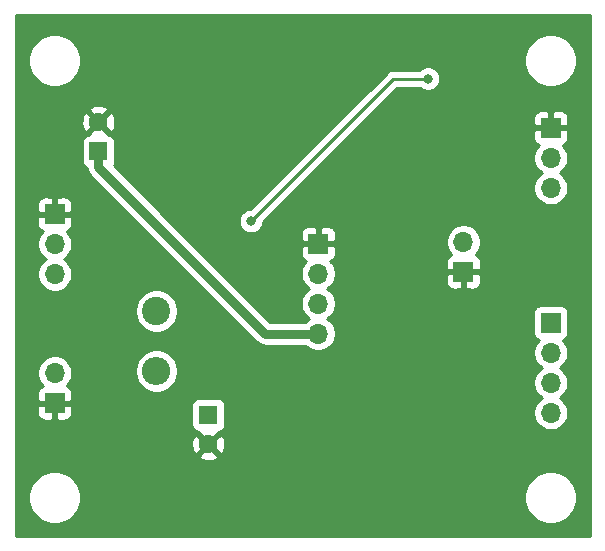
<source format=gbr>
G04 #@! TF.GenerationSoftware,KiCad,Pcbnew,(5.1.12)-1*
G04 #@! TF.CreationDate,2022-11-12T20:16:50+02:00*
G04 #@! TF.ProjectId,MagicLightsPCBNeo,4d616769-634c-4696-9768-74735043424e,rev?*
G04 #@! TF.SameCoordinates,Original*
G04 #@! TF.FileFunction,Copper,L2,Bot*
G04 #@! TF.FilePolarity,Positive*
%FSLAX46Y46*%
G04 Gerber Fmt 4.6, Leading zero omitted, Abs format (unit mm)*
G04 Created by KiCad (PCBNEW (5.1.12)-1) date 2022-11-12 20:16:50*
%MOMM*%
%LPD*%
G01*
G04 APERTURE LIST*
G04 #@! TA.AperFunction,ComponentPad*
%ADD10R,1.700000X1.700000*%
G04 #@! TD*
G04 #@! TA.AperFunction,ComponentPad*
%ADD11O,1.700000X1.700000*%
G04 #@! TD*
G04 #@! TA.AperFunction,ComponentPad*
%ADD12O,2.400000X2.400000*%
G04 #@! TD*
G04 #@! TA.AperFunction,ComponentPad*
%ADD13C,2.400000*%
G04 #@! TD*
G04 #@! TA.AperFunction,ComponentPad*
%ADD14R,1.600000X1.600000*%
G04 #@! TD*
G04 #@! TA.AperFunction,ComponentPad*
%ADD15C,1.600000*%
G04 #@! TD*
G04 #@! TA.AperFunction,ViaPad*
%ADD16C,0.800000*%
G04 #@! TD*
G04 #@! TA.AperFunction,Conductor*
%ADD17C,0.750000*%
G04 #@! TD*
G04 #@! TA.AperFunction,Conductor*
%ADD18C,0.250000*%
G04 #@! TD*
G04 #@! TA.AperFunction,Conductor*
%ADD19C,0.254000*%
G04 #@! TD*
G04 #@! TA.AperFunction,Conductor*
%ADD20C,0.100000*%
G04 #@! TD*
G04 APERTURE END LIST*
D10*
X49300000Y-58500000D03*
D11*
X49300000Y-61040000D03*
X49300000Y-63580000D03*
X49300000Y-66120000D03*
D10*
X69000000Y-48700000D03*
D11*
X69000000Y-51240000D03*
X69000000Y-53780000D03*
D12*
X35600000Y-69280000D03*
D13*
X35600000Y-64200000D03*
D14*
X30700000Y-50700000D03*
D15*
X30700000Y-48200000D03*
X40000000Y-75500000D03*
D14*
X40000000Y-73000000D03*
D11*
X27000000Y-61080000D03*
X27000000Y-58540000D03*
D10*
X27000000Y-56000000D03*
X27000000Y-72000000D03*
D11*
X27000000Y-69460000D03*
D10*
X61600000Y-60900000D03*
D11*
X61600000Y-58360000D03*
D10*
X69000000Y-65200000D03*
D11*
X69000000Y-67740000D03*
X69000000Y-70280000D03*
X69000000Y-72820000D03*
D16*
X61400000Y-42300000D03*
X42800000Y-40700000D03*
X35200000Y-48800000D03*
X35200000Y-50000000D03*
X32600000Y-57100000D03*
X31700000Y-58000000D03*
X55800000Y-55600000D03*
X54900000Y-56400000D03*
X46800000Y-64500000D03*
X51600000Y-62400000D03*
X51800000Y-65500000D03*
X45000000Y-76400000D03*
X46200000Y-76400000D03*
X54300000Y-74500000D03*
X55600000Y-74500000D03*
X56900000Y-74500000D03*
X54900000Y-79500000D03*
X56200000Y-79500000D03*
X70700000Y-76000000D03*
X65100000Y-81500000D03*
X59500000Y-51200000D03*
X57800000Y-53100000D03*
X48000000Y-43800000D03*
X43200000Y-50700000D03*
X43600000Y-56600000D03*
X58600000Y-44537500D03*
D17*
X30700000Y-50700000D02*
X30700000Y-52000000D01*
X44820000Y-66120000D02*
X49300000Y-66120000D01*
X30700000Y-52000000D02*
X44820000Y-66120000D01*
D18*
X55662500Y-44537500D02*
X58600000Y-44537500D01*
X43600000Y-56600000D02*
X55662500Y-44537500D01*
D19*
X72290001Y-83290000D02*
X23710000Y-83290000D01*
X23710000Y-79779872D01*
X24765000Y-79779872D01*
X24765000Y-80220128D01*
X24850890Y-80651925D01*
X25019369Y-81058669D01*
X25263962Y-81424729D01*
X25575271Y-81736038D01*
X25941331Y-81980631D01*
X26348075Y-82149110D01*
X26779872Y-82235000D01*
X27220128Y-82235000D01*
X27651925Y-82149110D01*
X28058669Y-81980631D01*
X28424729Y-81736038D01*
X28736038Y-81424729D01*
X28980631Y-81058669D01*
X29149110Y-80651925D01*
X29235000Y-80220128D01*
X29235000Y-79779872D01*
X66765000Y-79779872D01*
X66765000Y-80220128D01*
X66850890Y-80651925D01*
X67019369Y-81058669D01*
X67263962Y-81424729D01*
X67575271Y-81736038D01*
X67941331Y-81980631D01*
X68348075Y-82149110D01*
X68779872Y-82235000D01*
X69220128Y-82235000D01*
X69651925Y-82149110D01*
X70058669Y-81980631D01*
X70424729Y-81736038D01*
X70736038Y-81424729D01*
X70980631Y-81058669D01*
X71149110Y-80651925D01*
X71235000Y-80220128D01*
X71235000Y-79779872D01*
X71149110Y-79348075D01*
X70980631Y-78941331D01*
X70736038Y-78575271D01*
X70424729Y-78263962D01*
X70058669Y-78019369D01*
X69651925Y-77850890D01*
X69220128Y-77765000D01*
X68779872Y-77765000D01*
X68348075Y-77850890D01*
X67941331Y-78019369D01*
X67575271Y-78263962D01*
X67263962Y-78575271D01*
X67019369Y-78941331D01*
X66850890Y-79348075D01*
X66765000Y-79779872D01*
X29235000Y-79779872D01*
X29149110Y-79348075D01*
X28980631Y-78941331D01*
X28736038Y-78575271D01*
X28424729Y-78263962D01*
X28058669Y-78019369D01*
X27651925Y-77850890D01*
X27220128Y-77765000D01*
X26779872Y-77765000D01*
X26348075Y-77850890D01*
X25941331Y-78019369D01*
X25575271Y-78263962D01*
X25263962Y-78575271D01*
X25019369Y-78941331D01*
X24850890Y-79348075D01*
X24765000Y-79779872D01*
X23710000Y-79779872D01*
X23710000Y-76492702D01*
X39186903Y-76492702D01*
X39258486Y-76736671D01*
X39513996Y-76857571D01*
X39788184Y-76926300D01*
X40070512Y-76940217D01*
X40350130Y-76898787D01*
X40616292Y-76803603D01*
X40741514Y-76736671D01*
X40813097Y-76492702D01*
X40000000Y-75679605D01*
X39186903Y-76492702D01*
X23710000Y-76492702D01*
X23710000Y-75570512D01*
X38559783Y-75570512D01*
X38601213Y-75850130D01*
X38696397Y-76116292D01*
X38763329Y-76241514D01*
X39007298Y-76313097D01*
X39820395Y-75500000D01*
X40179605Y-75500000D01*
X40992702Y-76313097D01*
X41236671Y-76241514D01*
X41357571Y-75986004D01*
X41426300Y-75711816D01*
X41440217Y-75429488D01*
X41398787Y-75149870D01*
X41303603Y-74883708D01*
X41236671Y-74758486D01*
X40992702Y-74686903D01*
X40179605Y-75500000D01*
X39820395Y-75500000D01*
X39007298Y-74686903D01*
X38763329Y-74758486D01*
X38642429Y-75013996D01*
X38573700Y-75288184D01*
X38559783Y-75570512D01*
X23710000Y-75570512D01*
X23710000Y-72850000D01*
X25511928Y-72850000D01*
X25524188Y-72974482D01*
X25560498Y-73094180D01*
X25619463Y-73204494D01*
X25698815Y-73301185D01*
X25795506Y-73380537D01*
X25905820Y-73439502D01*
X26025518Y-73475812D01*
X26150000Y-73488072D01*
X26714250Y-73485000D01*
X26873000Y-73326250D01*
X26873000Y-72127000D01*
X27127000Y-72127000D01*
X27127000Y-73326250D01*
X27285750Y-73485000D01*
X27850000Y-73488072D01*
X27974482Y-73475812D01*
X28094180Y-73439502D01*
X28204494Y-73380537D01*
X28301185Y-73301185D01*
X28380537Y-73204494D01*
X28439502Y-73094180D01*
X28475812Y-72974482D01*
X28488072Y-72850000D01*
X28485000Y-72285750D01*
X28399250Y-72200000D01*
X38561928Y-72200000D01*
X38561928Y-73800000D01*
X38574188Y-73924482D01*
X38610498Y-74044180D01*
X38669463Y-74154494D01*
X38748815Y-74251185D01*
X38845506Y-74330537D01*
X38955820Y-74389502D01*
X39075518Y-74425812D01*
X39200000Y-74438072D01*
X39207215Y-74438072D01*
X39186903Y-74507298D01*
X40000000Y-75320395D01*
X40813097Y-74507298D01*
X40792785Y-74438072D01*
X40800000Y-74438072D01*
X40924482Y-74425812D01*
X41044180Y-74389502D01*
X41154494Y-74330537D01*
X41251185Y-74251185D01*
X41330537Y-74154494D01*
X41389502Y-74044180D01*
X41425812Y-73924482D01*
X41438072Y-73800000D01*
X41438072Y-72200000D01*
X41425812Y-72075518D01*
X41389502Y-71955820D01*
X41330537Y-71845506D01*
X41251185Y-71748815D01*
X41154494Y-71669463D01*
X41044180Y-71610498D01*
X40924482Y-71574188D01*
X40800000Y-71561928D01*
X39200000Y-71561928D01*
X39075518Y-71574188D01*
X38955820Y-71610498D01*
X38845506Y-71669463D01*
X38748815Y-71748815D01*
X38669463Y-71845506D01*
X38610498Y-71955820D01*
X38574188Y-72075518D01*
X38561928Y-72200000D01*
X28399250Y-72200000D01*
X28326250Y-72127000D01*
X27127000Y-72127000D01*
X26873000Y-72127000D01*
X25673750Y-72127000D01*
X25515000Y-72285750D01*
X25511928Y-72850000D01*
X23710000Y-72850000D01*
X23710000Y-71150000D01*
X25511928Y-71150000D01*
X25515000Y-71714250D01*
X25673750Y-71873000D01*
X26873000Y-71873000D01*
X26873000Y-71853000D01*
X27127000Y-71853000D01*
X27127000Y-71873000D01*
X28326250Y-71873000D01*
X28485000Y-71714250D01*
X28488072Y-71150000D01*
X28475812Y-71025518D01*
X28439502Y-70905820D01*
X28380537Y-70795506D01*
X28301185Y-70698815D01*
X28204494Y-70619463D01*
X28094180Y-70560498D01*
X28021620Y-70538487D01*
X28153475Y-70406632D01*
X28315990Y-70163411D01*
X28427932Y-69893158D01*
X28485000Y-69606260D01*
X28485000Y-69313740D01*
X28442339Y-69099268D01*
X33765000Y-69099268D01*
X33765000Y-69460732D01*
X33835518Y-69815250D01*
X33973844Y-70149199D01*
X34174662Y-70449744D01*
X34430256Y-70705338D01*
X34730801Y-70906156D01*
X35064750Y-71044482D01*
X35419268Y-71115000D01*
X35780732Y-71115000D01*
X36135250Y-71044482D01*
X36469199Y-70906156D01*
X36769744Y-70705338D01*
X37025338Y-70449744D01*
X37226156Y-70149199D01*
X37364482Y-69815250D01*
X37435000Y-69460732D01*
X37435000Y-69099268D01*
X37364482Y-68744750D01*
X37226156Y-68410801D01*
X37025338Y-68110256D01*
X36769744Y-67854662D01*
X36469199Y-67653844D01*
X36135250Y-67515518D01*
X35780732Y-67445000D01*
X35419268Y-67445000D01*
X35064750Y-67515518D01*
X34730801Y-67653844D01*
X34430256Y-67854662D01*
X34174662Y-68110256D01*
X33973844Y-68410801D01*
X33835518Y-68744750D01*
X33765000Y-69099268D01*
X28442339Y-69099268D01*
X28427932Y-69026842D01*
X28315990Y-68756589D01*
X28153475Y-68513368D01*
X27946632Y-68306525D01*
X27703411Y-68144010D01*
X27433158Y-68032068D01*
X27146260Y-67975000D01*
X26853740Y-67975000D01*
X26566842Y-68032068D01*
X26296589Y-68144010D01*
X26053368Y-68306525D01*
X25846525Y-68513368D01*
X25684010Y-68756589D01*
X25572068Y-69026842D01*
X25515000Y-69313740D01*
X25515000Y-69606260D01*
X25572068Y-69893158D01*
X25684010Y-70163411D01*
X25846525Y-70406632D01*
X25978380Y-70538487D01*
X25905820Y-70560498D01*
X25795506Y-70619463D01*
X25698815Y-70698815D01*
X25619463Y-70795506D01*
X25560498Y-70905820D01*
X25524188Y-71025518D01*
X25511928Y-71150000D01*
X23710000Y-71150000D01*
X23710000Y-64019268D01*
X33765000Y-64019268D01*
X33765000Y-64380732D01*
X33835518Y-64735250D01*
X33973844Y-65069199D01*
X34174662Y-65369744D01*
X34430256Y-65625338D01*
X34730801Y-65826156D01*
X35064750Y-65964482D01*
X35419268Y-66035000D01*
X35780732Y-66035000D01*
X36135250Y-65964482D01*
X36469199Y-65826156D01*
X36769744Y-65625338D01*
X37025338Y-65369744D01*
X37226156Y-65069199D01*
X37364482Y-64735250D01*
X37435000Y-64380732D01*
X37435000Y-64019268D01*
X37364482Y-63664750D01*
X37226156Y-63330801D01*
X37025338Y-63030256D01*
X36769744Y-62774662D01*
X36469199Y-62573844D01*
X36135250Y-62435518D01*
X35780732Y-62365000D01*
X35419268Y-62365000D01*
X35064750Y-62435518D01*
X34730801Y-62573844D01*
X34430256Y-62774662D01*
X34174662Y-63030256D01*
X33973844Y-63330801D01*
X33835518Y-63664750D01*
X33765000Y-64019268D01*
X23710000Y-64019268D01*
X23710000Y-56850000D01*
X25511928Y-56850000D01*
X25524188Y-56974482D01*
X25560498Y-57094180D01*
X25619463Y-57204494D01*
X25698815Y-57301185D01*
X25795506Y-57380537D01*
X25905820Y-57439502D01*
X25978380Y-57461513D01*
X25846525Y-57593368D01*
X25684010Y-57836589D01*
X25572068Y-58106842D01*
X25515000Y-58393740D01*
X25515000Y-58686260D01*
X25572068Y-58973158D01*
X25684010Y-59243411D01*
X25846525Y-59486632D01*
X26053368Y-59693475D01*
X26227760Y-59810000D01*
X26053368Y-59926525D01*
X25846525Y-60133368D01*
X25684010Y-60376589D01*
X25572068Y-60646842D01*
X25515000Y-60933740D01*
X25515000Y-61226260D01*
X25572068Y-61513158D01*
X25684010Y-61783411D01*
X25846525Y-62026632D01*
X26053368Y-62233475D01*
X26296589Y-62395990D01*
X26566842Y-62507932D01*
X26853740Y-62565000D01*
X27146260Y-62565000D01*
X27433158Y-62507932D01*
X27703411Y-62395990D01*
X27946632Y-62233475D01*
X28153475Y-62026632D01*
X28315990Y-61783411D01*
X28427932Y-61513158D01*
X28485000Y-61226260D01*
X28485000Y-60933740D01*
X28427932Y-60646842D01*
X28315990Y-60376589D01*
X28153475Y-60133368D01*
X27946632Y-59926525D01*
X27772240Y-59810000D01*
X27946632Y-59693475D01*
X28153475Y-59486632D01*
X28315990Y-59243411D01*
X28427932Y-58973158D01*
X28485000Y-58686260D01*
X28485000Y-58393740D01*
X28427932Y-58106842D01*
X28315990Y-57836589D01*
X28153475Y-57593368D01*
X28021620Y-57461513D01*
X28094180Y-57439502D01*
X28204494Y-57380537D01*
X28301185Y-57301185D01*
X28380537Y-57204494D01*
X28439502Y-57094180D01*
X28475812Y-56974482D01*
X28488072Y-56850000D01*
X28485000Y-56285750D01*
X28326250Y-56127000D01*
X27127000Y-56127000D01*
X27127000Y-56147000D01*
X26873000Y-56147000D01*
X26873000Y-56127000D01*
X25673750Y-56127000D01*
X25515000Y-56285750D01*
X25511928Y-56850000D01*
X23710000Y-56850000D01*
X23710000Y-55150000D01*
X25511928Y-55150000D01*
X25515000Y-55714250D01*
X25673750Y-55873000D01*
X26873000Y-55873000D01*
X26873000Y-54673750D01*
X27127000Y-54673750D01*
X27127000Y-55873000D01*
X28326250Y-55873000D01*
X28485000Y-55714250D01*
X28488072Y-55150000D01*
X28475812Y-55025518D01*
X28439502Y-54905820D01*
X28380537Y-54795506D01*
X28301185Y-54698815D01*
X28204494Y-54619463D01*
X28094180Y-54560498D01*
X27974482Y-54524188D01*
X27850000Y-54511928D01*
X27285750Y-54515000D01*
X27127000Y-54673750D01*
X26873000Y-54673750D01*
X26714250Y-54515000D01*
X26150000Y-54511928D01*
X26025518Y-54524188D01*
X25905820Y-54560498D01*
X25795506Y-54619463D01*
X25698815Y-54698815D01*
X25619463Y-54795506D01*
X25560498Y-54905820D01*
X25524188Y-55025518D01*
X25511928Y-55150000D01*
X23710000Y-55150000D01*
X23710000Y-49900000D01*
X29261928Y-49900000D01*
X29261928Y-51500000D01*
X29274188Y-51624482D01*
X29310498Y-51744180D01*
X29369463Y-51854494D01*
X29448815Y-51951185D01*
X29545506Y-52030537D01*
X29655820Y-52089502D01*
X29695103Y-52101418D01*
X29704615Y-52197994D01*
X29762368Y-52388379D01*
X29762369Y-52388380D01*
X29856154Y-52563840D01*
X29982368Y-52717633D01*
X30020901Y-52749256D01*
X44070744Y-66799100D01*
X44102367Y-66837633D01*
X44256160Y-66963847D01*
X44392251Y-67036589D01*
X44431620Y-67057632D01*
X44622005Y-67115385D01*
X44820000Y-67134886D01*
X44869608Y-67130000D01*
X48209893Y-67130000D01*
X48353368Y-67273475D01*
X48596589Y-67435990D01*
X48866842Y-67547932D01*
X49153740Y-67605000D01*
X49446260Y-67605000D01*
X49733158Y-67547932D01*
X50003411Y-67435990D01*
X50246632Y-67273475D01*
X50453475Y-67066632D01*
X50615990Y-66823411D01*
X50727932Y-66553158D01*
X50785000Y-66266260D01*
X50785000Y-65973740D01*
X50727932Y-65686842D01*
X50615990Y-65416589D01*
X50453475Y-65173368D01*
X50246632Y-64966525D01*
X50072240Y-64850000D01*
X50246632Y-64733475D01*
X50453475Y-64526632D01*
X50571496Y-64350000D01*
X67511928Y-64350000D01*
X67511928Y-66050000D01*
X67524188Y-66174482D01*
X67560498Y-66294180D01*
X67619463Y-66404494D01*
X67698815Y-66501185D01*
X67795506Y-66580537D01*
X67905820Y-66639502D01*
X67978380Y-66661513D01*
X67846525Y-66793368D01*
X67684010Y-67036589D01*
X67572068Y-67306842D01*
X67515000Y-67593740D01*
X67515000Y-67886260D01*
X67572068Y-68173158D01*
X67684010Y-68443411D01*
X67846525Y-68686632D01*
X68053368Y-68893475D01*
X68227760Y-69010000D01*
X68053368Y-69126525D01*
X67846525Y-69333368D01*
X67684010Y-69576589D01*
X67572068Y-69846842D01*
X67515000Y-70133740D01*
X67515000Y-70426260D01*
X67572068Y-70713158D01*
X67684010Y-70983411D01*
X67846525Y-71226632D01*
X68053368Y-71433475D01*
X68227760Y-71550000D01*
X68053368Y-71666525D01*
X67846525Y-71873368D01*
X67684010Y-72116589D01*
X67572068Y-72386842D01*
X67515000Y-72673740D01*
X67515000Y-72966260D01*
X67572068Y-73253158D01*
X67684010Y-73523411D01*
X67846525Y-73766632D01*
X68053368Y-73973475D01*
X68296589Y-74135990D01*
X68566842Y-74247932D01*
X68853740Y-74305000D01*
X69146260Y-74305000D01*
X69433158Y-74247932D01*
X69703411Y-74135990D01*
X69946632Y-73973475D01*
X70153475Y-73766632D01*
X70315990Y-73523411D01*
X70427932Y-73253158D01*
X70485000Y-72966260D01*
X70485000Y-72673740D01*
X70427932Y-72386842D01*
X70315990Y-72116589D01*
X70153475Y-71873368D01*
X69946632Y-71666525D01*
X69772240Y-71550000D01*
X69946632Y-71433475D01*
X70153475Y-71226632D01*
X70315990Y-70983411D01*
X70427932Y-70713158D01*
X70485000Y-70426260D01*
X70485000Y-70133740D01*
X70427932Y-69846842D01*
X70315990Y-69576589D01*
X70153475Y-69333368D01*
X69946632Y-69126525D01*
X69772240Y-69010000D01*
X69946632Y-68893475D01*
X70153475Y-68686632D01*
X70315990Y-68443411D01*
X70427932Y-68173158D01*
X70485000Y-67886260D01*
X70485000Y-67593740D01*
X70427932Y-67306842D01*
X70315990Y-67036589D01*
X70153475Y-66793368D01*
X70021620Y-66661513D01*
X70094180Y-66639502D01*
X70204494Y-66580537D01*
X70301185Y-66501185D01*
X70380537Y-66404494D01*
X70439502Y-66294180D01*
X70475812Y-66174482D01*
X70488072Y-66050000D01*
X70488072Y-64350000D01*
X70475812Y-64225518D01*
X70439502Y-64105820D01*
X70380537Y-63995506D01*
X70301185Y-63898815D01*
X70204494Y-63819463D01*
X70094180Y-63760498D01*
X69974482Y-63724188D01*
X69850000Y-63711928D01*
X68150000Y-63711928D01*
X68025518Y-63724188D01*
X67905820Y-63760498D01*
X67795506Y-63819463D01*
X67698815Y-63898815D01*
X67619463Y-63995506D01*
X67560498Y-64105820D01*
X67524188Y-64225518D01*
X67511928Y-64350000D01*
X50571496Y-64350000D01*
X50615990Y-64283411D01*
X50727932Y-64013158D01*
X50785000Y-63726260D01*
X50785000Y-63433740D01*
X50727932Y-63146842D01*
X50615990Y-62876589D01*
X50453475Y-62633368D01*
X50246632Y-62426525D01*
X50072240Y-62310000D01*
X50246632Y-62193475D01*
X50453475Y-61986632D01*
X50611587Y-61750000D01*
X60111928Y-61750000D01*
X60124188Y-61874482D01*
X60160498Y-61994180D01*
X60219463Y-62104494D01*
X60298815Y-62201185D01*
X60395506Y-62280537D01*
X60505820Y-62339502D01*
X60625518Y-62375812D01*
X60750000Y-62388072D01*
X61314250Y-62385000D01*
X61473000Y-62226250D01*
X61473000Y-61027000D01*
X61727000Y-61027000D01*
X61727000Y-62226250D01*
X61885750Y-62385000D01*
X62450000Y-62388072D01*
X62574482Y-62375812D01*
X62694180Y-62339502D01*
X62804494Y-62280537D01*
X62901185Y-62201185D01*
X62980537Y-62104494D01*
X63039502Y-61994180D01*
X63075812Y-61874482D01*
X63088072Y-61750000D01*
X63085000Y-61185750D01*
X62926250Y-61027000D01*
X61727000Y-61027000D01*
X61473000Y-61027000D01*
X60273750Y-61027000D01*
X60115000Y-61185750D01*
X60111928Y-61750000D01*
X50611587Y-61750000D01*
X50615990Y-61743411D01*
X50727932Y-61473158D01*
X50785000Y-61186260D01*
X50785000Y-60893740D01*
X50727932Y-60606842D01*
X50615990Y-60336589D01*
X50453475Y-60093368D01*
X50410107Y-60050000D01*
X60111928Y-60050000D01*
X60115000Y-60614250D01*
X60273750Y-60773000D01*
X61473000Y-60773000D01*
X61473000Y-60753000D01*
X61727000Y-60753000D01*
X61727000Y-60773000D01*
X62926250Y-60773000D01*
X63085000Y-60614250D01*
X63088072Y-60050000D01*
X63075812Y-59925518D01*
X63039502Y-59805820D01*
X62980537Y-59695506D01*
X62901185Y-59598815D01*
X62804494Y-59519463D01*
X62694180Y-59460498D01*
X62621620Y-59438487D01*
X62753475Y-59306632D01*
X62915990Y-59063411D01*
X63027932Y-58793158D01*
X63085000Y-58506260D01*
X63085000Y-58213740D01*
X63027932Y-57926842D01*
X62915990Y-57656589D01*
X62753475Y-57413368D01*
X62546632Y-57206525D01*
X62303411Y-57044010D01*
X62033158Y-56932068D01*
X61746260Y-56875000D01*
X61453740Y-56875000D01*
X61166842Y-56932068D01*
X60896589Y-57044010D01*
X60653368Y-57206525D01*
X60446525Y-57413368D01*
X60284010Y-57656589D01*
X60172068Y-57926842D01*
X60115000Y-58213740D01*
X60115000Y-58506260D01*
X60172068Y-58793158D01*
X60284010Y-59063411D01*
X60446525Y-59306632D01*
X60578380Y-59438487D01*
X60505820Y-59460498D01*
X60395506Y-59519463D01*
X60298815Y-59598815D01*
X60219463Y-59695506D01*
X60160498Y-59805820D01*
X60124188Y-59925518D01*
X60111928Y-60050000D01*
X50410107Y-60050000D01*
X50321620Y-59961513D01*
X50394180Y-59939502D01*
X50504494Y-59880537D01*
X50601185Y-59801185D01*
X50680537Y-59704494D01*
X50739502Y-59594180D01*
X50775812Y-59474482D01*
X50788072Y-59350000D01*
X50785000Y-58785750D01*
X50626250Y-58627000D01*
X49427000Y-58627000D01*
X49427000Y-58647000D01*
X49173000Y-58647000D01*
X49173000Y-58627000D01*
X47973750Y-58627000D01*
X47815000Y-58785750D01*
X47811928Y-59350000D01*
X47824188Y-59474482D01*
X47860498Y-59594180D01*
X47919463Y-59704494D01*
X47998815Y-59801185D01*
X48095506Y-59880537D01*
X48205820Y-59939502D01*
X48278380Y-59961513D01*
X48146525Y-60093368D01*
X47984010Y-60336589D01*
X47872068Y-60606842D01*
X47815000Y-60893740D01*
X47815000Y-61186260D01*
X47872068Y-61473158D01*
X47984010Y-61743411D01*
X48146525Y-61986632D01*
X48353368Y-62193475D01*
X48527760Y-62310000D01*
X48353368Y-62426525D01*
X48146525Y-62633368D01*
X47984010Y-62876589D01*
X47872068Y-63146842D01*
X47815000Y-63433740D01*
X47815000Y-63726260D01*
X47872068Y-64013158D01*
X47984010Y-64283411D01*
X48146525Y-64526632D01*
X48353368Y-64733475D01*
X48527760Y-64850000D01*
X48353368Y-64966525D01*
X48209893Y-65110000D01*
X45238356Y-65110000D01*
X37778356Y-57650000D01*
X47811928Y-57650000D01*
X47815000Y-58214250D01*
X47973750Y-58373000D01*
X49173000Y-58373000D01*
X49173000Y-57173750D01*
X49427000Y-57173750D01*
X49427000Y-58373000D01*
X50626250Y-58373000D01*
X50785000Y-58214250D01*
X50788072Y-57650000D01*
X50775812Y-57525518D01*
X50739502Y-57405820D01*
X50680537Y-57295506D01*
X50601185Y-57198815D01*
X50504494Y-57119463D01*
X50394180Y-57060498D01*
X50274482Y-57024188D01*
X50150000Y-57011928D01*
X49585750Y-57015000D01*
X49427000Y-57173750D01*
X49173000Y-57173750D01*
X49014250Y-57015000D01*
X48450000Y-57011928D01*
X48325518Y-57024188D01*
X48205820Y-57060498D01*
X48095506Y-57119463D01*
X47998815Y-57198815D01*
X47919463Y-57295506D01*
X47860498Y-57405820D01*
X47824188Y-57525518D01*
X47811928Y-57650000D01*
X37778356Y-57650000D01*
X36626417Y-56498061D01*
X42565000Y-56498061D01*
X42565000Y-56701939D01*
X42604774Y-56901898D01*
X42682795Y-57090256D01*
X42796063Y-57259774D01*
X42940226Y-57403937D01*
X43109744Y-57517205D01*
X43298102Y-57595226D01*
X43498061Y-57635000D01*
X43701939Y-57635000D01*
X43901898Y-57595226D01*
X44090256Y-57517205D01*
X44259774Y-57403937D01*
X44403937Y-57259774D01*
X44517205Y-57090256D01*
X44595226Y-56901898D01*
X44635000Y-56701939D01*
X44635000Y-56639801D01*
X51724801Y-49550000D01*
X67511928Y-49550000D01*
X67524188Y-49674482D01*
X67560498Y-49794180D01*
X67619463Y-49904494D01*
X67698815Y-50001185D01*
X67795506Y-50080537D01*
X67905820Y-50139502D01*
X67978380Y-50161513D01*
X67846525Y-50293368D01*
X67684010Y-50536589D01*
X67572068Y-50806842D01*
X67515000Y-51093740D01*
X67515000Y-51386260D01*
X67572068Y-51673158D01*
X67684010Y-51943411D01*
X67846525Y-52186632D01*
X68053368Y-52393475D01*
X68227760Y-52510000D01*
X68053368Y-52626525D01*
X67846525Y-52833368D01*
X67684010Y-53076589D01*
X67572068Y-53346842D01*
X67515000Y-53633740D01*
X67515000Y-53926260D01*
X67572068Y-54213158D01*
X67684010Y-54483411D01*
X67846525Y-54726632D01*
X68053368Y-54933475D01*
X68296589Y-55095990D01*
X68566842Y-55207932D01*
X68853740Y-55265000D01*
X69146260Y-55265000D01*
X69433158Y-55207932D01*
X69703411Y-55095990D01*
X69946632Y-54933475D01*
X70153475Y-54726632D01*
X70315990Y-54483411D01*
X70427932Y-54213158D01*
X70485000Y-53926260D01*
X70485000Y-53633740D01*
X70427932Y-53346842D01*
X70315990Y-53076589D01*
X70153475Y-52833368D01*
X69946632Y-52626525D01*
X69772240Y-52510000D01*
X69946632Y-52393475D01*
X70153475Y-52186632D01*
X70315990Y-51943411D01*
X70427932Y-51673158D01*
X70485000Y-51386260D01*
X70485000Y-51093740D01*
X70427932Y-50806842D01*
X70315990Y-50536589D01*
X70153475Y-50293368D01*
X70021620Y-50161513D01*
X70094180Y-50139502D01*
X70204494Y-50080537D01*
X70301185Y-50001185D01*
X70380537Y-49904494D01*
X70439502Y-49794180D01*
X70475812Y-49674482D01*
X70488072Y-49550000D01*
X70485000Y-48985750D01*
X70326250Y-48827000D01*
X69127000Y-48827000D01*
X69127000Y-48847000D01*
X68873000Y-48847000D01*
X68873000Y-48827000D01*
X67673750Y-48827000D01*
X67515000Y-48985750D01*
X67511928Y-49550000D01*
X51724801Y-49550000D01*
X53424801Y-47850000D01*
X67511928Y-47850000D01*
X67515000Y-48414250D01*
X67673750Y-48573000D01*
X68873000Y-48573000D01*
X68873000Y-47373750D01*
X69127000Y-47373750D01*
X69127000Y-48573000D01*
X70326250Y-48573000D01*
X70485000Y-48414250D01*
X70488072Y-47850000D01*
X70475812Y-47725518D01*
X70439502Y-47605820D01*
X70380537Y-47495506D01*
X70301185Y-47398815D01*
X70204494Y-47319463D01*
X70094180Y-47260498D01*
X69974482Y-47224188D01*
X69850000Y-47211928D01*
X69285750Y-47215000D01*
X69127000Y-47373750D01*
X68873000Y-47373750D01*
X68714250Y-47215000D01*
X68150000Y-47211928D01*
X68025518Y-47224188D01*
X67905820Y-47260498D01*
X67795506Y-47319463D01*
X67698815Y-47398815D01*
X67619463Y-47495506D01*
X67560498Y-47605820D01*
X67524188Y-47725518D01*
X67511928Y-47850000D01*
X53424801Y-47850000D01*
X55977302Y-45297500D01*
X57896289Y-45297500D01*
X57940226Y-45341437D01*
X58109744Y-45454705D01*
X58298102Y-45532726D01*
X58498061Y-45572500D01*
X58701939Y-45572500D01*
X58901898Y-45532726D01*
X59090256Y-45454705D01*
X59259774Y-45341437D01*
X59403937Y-45197274D01*
X59517205Y-45027756D01*
X59595226Y-44839398D01*
X59635000Y-44639439D01*
X59635000Y-44435561D01*
X59595226Y-44235602D01*
X59517205Y-44047244D01*
X59403937Y-43877726D01*
X59259774Y-43733563D01*
X59090256Y-43620295D01*
X58901898Y-43542274D01*
X58701939Y-43502500D01*
X58498061Y-43502500D01*
X58298102Y-43542274D01*
X58109744Y-43620295D01*
X57940226Y-43733563D01*
X57896289Y-43777500D01*
X55699822Y-43777500D01*
X55662499Y-43773824D01*
X55625176Y-43777500D01*
X55625167Y-43777500D01*
X55513514Y-43788497D01*
X55370253Y-43831954D01*
X55238223Y-43902526D01*
X55154583Y-43971168D01*
X55122499Y-43997499D01*
X55098701Y-44026497D01*
X43560199Y-55565000D01*
X43498061Y-55565000D01*
X43298102Y-55604774D01*
X43109744Y-55682795D01*
X42940226Y-55796063D01*
X42796063Y-55940226D01*
X42682795Y-56109744D01*
X42604774Y-56298102D01*
X42565000Y-56498061D01*
X36626417Y-56498061D01*
X32009041Y-51880686D01*
X32030537Y-51854494D01*
X32089502Y-51744180D01*
X32125812Y-51624482D01*
X32138072Y-51500000D01*
X32138072Y-49900000D01*
X32125812Y-49775518D01*
X32089502Y-49655820D01*
X32030537Y-49545506D01*
X31951185Y-49448815D01*
X31854494Y-49369463D01*
X31744180Y-49310498D01*
X31624482Y-49274188D01*
X31500000Y-49261928D01*
X31492785Y-49261928D01*
X31513097Y-49192702D01*
X30700000Y-48379605D01*
X29886903Y-49192702D01*
X29907215Y-49261928D01*
X29900000Y-49261928D01*
X29775518Y-49274188D01*
X29655820Y-49310498D01*
X29545506Y-49369463D01*
X29448815Y-49448815D01*
X29369463Y-49545506D01*
X29310498Y-49655820D01*
X29274188Y-49775518D01*
X29261928Y-49900000D01*
X23710000Y-49900000D01*
X23710000Y-48270512D01*
X29259783Y-48270512D01*
X29301213Y-48550130D01*
X29396397Y-48816292D01*
X29463329Y-48941514D01*
X29707298Y-49013097D01*
X30520395Y-48200000D01*
X30879605Y-48200000D01*
X31692702Y-49013097D01*
X31936671Y-48941514D01*
X32057571Y-48686004D01*
X32126300Y-48411816D01*
X32140217Y-48129488D01*
X32098787Y-47849870D01*
X32003603Y-47583708D01*
X31936671Y-47458486D01*
X31692702Y-47386903D01*
X30879605Y-48200000D01*
X30520395Y-48200000D01*
X29707298Y-47386903D01*
X29463329Y-47458486D01*
X29342429Y-47713996D01*
X29273700Y-47988184D01*
X29259783Y-48270512D01*
X23710000Y-48270512D01*
X23710000Y-47207298D01*
X29886903Y-47207298D01*
X30700000Y-48020395D01*
X31513097Y-47207298D01*
X31441514Y-46963329D01*
X31186004Y-46842429D01*
X30911816Y-46773700D01*
X30629488Y-46759783D01*
X30349870Y-46801213D01*
X30083708Y-46896397D01*
X29958486Y-46963329D01*
X29886903Y-47207298D01*
X23710000Y-47207298D01*
X23710000Y-42779872D01*
X24765000Y-42779872D01*
X24765000Y-43220128D01*
X24850890Y-43651925D01*
X25019369Y-44058669D01*
X25263962Y-44424729D01*
X25575271Y-44736038D01*
X25941331Y-44980631D01*
X26348075Y-45149110D01*
X26779872Y-45235000D01*
X27220128Y-45235000D01*
X27651925Y-45149110D01*
X28058669Y-44980631D01*
X28424729Y-44736038D01*
X28736038Y-44424729D01*
X28980631Y-44058669D01*
X29149110Y-43651925D01*
X29235000Y-43220128D01*
X29235000Y-42779872D01*
X66765000Y-42779872D01*
X66765000Y-43220128D01*
X66850890Y-43651925D01*
X67019369Y-44058669D01*
X67263962Y-44424729D01*
X67575271Y-44736038D01*
X67941331Y-44980631D01*
X68348075Y-45149110D01*
X68779872Y-45235000D01*
X69220128Y-45235000D01*
X69651925Y-45149110D01*
X70058669Y-44980631D01*
X70424729Y-44736038D01*
X70736038Y-44424729D01*
X70980631Y-44058669D01*
X71149110Y-43651925D01*
X71235000Y-43220128D01*
X71235000Y-42779872D01*
X71149110Y-42348075D01*
X70980631Y-41941331D01*
X70736038Y-41575271D01*
X70424729Y-41263962D01*
X70058669Y-41019369D01*
X69651925Y-40850890D01*
X69220128Y-40765000D01*
X68779872Y-40765000D01*
X68348075Y-40850890D01*
X67941331Y-41019369D01*
X67575271Y-41263962D01*
X67263962Y-41575271D01*
X67019369Y-41941331D01*
X66850890Y-42348075D01*
X66765000Y-42779872D01*
X29235000Y-42779872D01*
X29149110Y-42348075D01*
X28980631Y-41941331D01*
X28736038Y-41575271D01*
X28424729Y-41263962D01*
X28058669Y-41019369D01*
X27651925Y-40850890D01*
X27220128Y-40765000D01*
X26779872Y-40765000D01*
X26348075Y-40850890D01*
X25941331Y-41019369D01*
X25575271Y-41263962D01*
X25263962Y-41575271D01*
X25019369Y-41941331D01*
X24850890Y-42348075D01*
X24765000Y-42779872D01*
X23710000Y-42779872D01*
X23710000Y-39127000D01*
X72290000Y-39127000D01*
X72290001Y-83290000D01*
G04 #@! TA.AperFunction,Conductor*
D20*
G36*
X72290001Y-83290000D02*
G01*
X23710000Y-83290000D01*
X23710000Y-79779872D01*
X24765000Y-79779872D01*
X24765000Y-80220128D01*
X24850890Y-80651925D01*
X25019369Y-81058669D01*
X25263962Y-81424729D01*
X25575271Y-81736038D01*
X25941331Y-81980631D01*
X26348075Y-82149110D01*
X26779872Y-82235000D01*
X27220128Y-82235000D01*
X27651925Y-82149110D01*
X28058669Y-81980631D01*
X28424729Y-81736038D01*
X28736038Y-81424729D01*
X28980631Y-81058669D01*
X29149110Y-80651925D01*
X29235000Y-80220128D01*
X29235000Y-79779872D01*
X66765000Y-79779872D01*
X66765000Y-80220128D01*
X66850890Y-80651925D01*
X67019369Y-81058669D01*
X67263962Y-81424729D01*
X67575271Y-81736038D01*
X67941331Y-81980631D01*
X68348075Y-82149110D01*
X68779872Y-82235000D01*
X69220128Y-82235000D01*
X69651925Y-82149110D01*
X70058669Y-81980631D01*
X70424729Y-81736038D01*
X70736038Y-81424729D01*
X70980631Y-81058669D01*
X71149110Y-80651925D01*
X71235000Y-80220128D01*
X71235000Y-79779872D01*
X71149110Y-79348075D01*
X70980631Y-78941331D01*
X70736038Y-78575271D01*
X70424729Y-78263962D01*
X70058669Y-78019369D01*
X69651925Y-77850890D01*
X69220128Y-77765000D01*
X68779872Y-77765000D01*
X68348075Y-77850890D01*
X67941331Y-78019369D01*
X67575271Y-78263962D01*
X67263962Y-78575271D01*
X67019369Y-78941331D01*
X66850890Y-79348075D01*
X66765000Y-79779872D01*
X29235000Y-79779872D01*
X29149110Y-79348075D01*
X28980631Y-78941331D01*
X28736038Y-78575271D01*
X28424729Y-78263962D01*
X28058669Y-78019369D01*
X27651925Y-77850890D01*
X27220128Y-77765000D01*
X26779872Y-77765000D01*
X26348075Y-77850890D01*
X25941331Y-78019369D01*
X25575271Y-78263962D01*
X25263962Y-78575271D01*
X25019369Y-78941331D01*
X24850890Y-79348075D01*
X24765000Y-79779872D01*
X23710000Y-79779872D01*
X23710000Y-76492702D01*
X39186903Y-76492702D01*
X39258486Y-76736671D01*
X39513996Y-76857571D01*
X39788184Y-76926300D01*
X40070512Y-76940217D01*
X40350130Y-76898787D01*
X40616292Y-76803603D01*
X40741514Y-76736671D01*
X40813097Y-76492702D01*
X40000000Y-75679605D01*
X39186903Y-76492702D01*
X23710000Y-76492702D01*
X23710000Y-75570512D01*
X38559783Y-75570512D01*
X38601213Y-75850130D01*
X38696397Y-76116292D01*
X38763329Y-76241514D01*
X39007298Y-76313097D01*
X39820395Y-75500000D01*
X40179605Y-75500000D01*
X40992702Y-76313097D01*
X41236671Y-76241514D01*
X41357571Y-75986004D01*
X41426300Y-75711816D01*
X41440217Y-75429488D01*
X41398787Y-75149870D01*
X41303603Y-74883708D01*
X41236671Y-74758486D01*
X40992702Y-74686903D01*
X40179605Y-75500000D01*
X39820395Y-75500000D01*
X39007298Y-74686903D01*
X38763329Y-74758486D01*
X38642429Y-75013996D01*
X38573700Y-75288184D01*
X38559783Y-75570512D01*
X23710000Y-75570512D01*
X23710000Y-72850000D01*
X25511928Y-72850000D01*
X25524188Y-72974482D01*
X25560498Y-73094180D01*
X25619463Y-73204494D01*
X25698815Y-73301185D01*
X25795506Y-73380537D01*
X25905820Y-73439502D01*
X26025518Y-73475812D01*
X26150000Y-73488072D01*
X26714250Y-73485000D01*
X26873000Y-73326250D01*
X26873000Y-72127000D01*
X27127000Y-72127000D01*
X27127000Y-73326250D01*
X27285750Y-73485000D01*
X27850000Y-73488072D01*
X27974482Y-73475812D01*
X28094180Y-73439502D01*
X28204494Y-73380537D01*
X28301185Y-73301185D01*
X28380537Y-73204494D01*
X28439502Y-73094180D01*
X28475812Y-72974482D01*
X28488072Y-72850000D01*
X28485000Y-72285750D01*
X28399250Y-72200000D01*
X38561928Y-72200000D01*
X38561928Y-73800000D01*
X38574188Y-73924482D01*
X38610498Y-74044180D01*
X38669463Y-74154494D01*
X38748815Y-74251185D01*
X38845506Y-74330537D01*
X38955820Y-74389502D01*
X39075518Y-74425812D01*
X39200000Y-74438072D01*
X39207215Y-74438072D01*
X39186903Y-74507298D01*
X40000000Y-75320395D01*
X40813097Y-74507298D01*
X40792785Y-74438072D01*
X40800000Y-74438072D01*
X40924482Y-74425812D01*
X41044180Y-74389502D01*
X41154494Y-74330537D01*
X41251185Y-74251185D01*
X41330537Y-74154494D01*
X41389502Y-74044180D01*
X41425812Y-73924482D01*
X41438072Y-73800000D01*
X41438072Y-72200000D01*
X41425812Y-72075518D01*
X41389502Y-71955820D01*
X41330537Y-71845506D01*
X41251185Y-71748815D01*
X41154494Y-71669463D01*
X41044180Y-71610498D01*
X40924482Y-71574188D01*
X40800000Y-71561928D01*
X39200000Y-71561928D01*
X39075518Y-71574188D01*
X38955820Y-71610498D01*
X38845506Y-71669463D01*
X38748815Y-71748815D01*
X38669463Y-71845506D01*
X38610498Y-71955820D01*
X38574188Y-72075518D01*
X38561928Y-72200000D01*
X28399250Y-72200000D01*
X28326250Y-72127000D01*
X27127000Y-72127000D01*
X26873000Y-72127000D01*
X25673750Y-72127000D01*
X25515000Y-72285750D01*
X25511928Y-72850000D01*
X23710000Y-72850000D01*
X23710000Y-71150000D01*
X25511928Y-71150000D01*
X25515000Y-71714250D01*
X25673750Y-71873000D01*
X26873000Y-71873000D01*
X26873000Y-71853000D01*
X27127000Y-71853000D01*
X27127000Y-71873000D01*
X28326250Y-71873000D01*
X28485000Y-71714250D01*
X28488072Y-71150000D01*
X28475812Y-71025518D01*
X28439502Y-70905820D01*
X28380537Y-70795506D01*
X28301185Y-70698815D01*
X28204494Y-70619463D01*
X28094180Y-70560498D01*
X28021620Y-70538487D01*
X28153475Y-70406632D01*
X28315990Y-70163411D01*
X28427932Y-69893158D01*
X28485000Y-69606260D01*
X28485000Y-69313740D01*
X28442339Y-69099268D01*
X33765000Y-69099268D01*
X33765000Y-69460732D01*
X33835518Y-69815250D01*
X33973844Y-70149199D01*
X34174662Y-70449744D01*
X34430256Y-70705338D01*
X34730801Y-70906156D01*
X35064750Y-71044482D01*
X35419268Y-71115000D01*
X35780732Y-71115000D01*
X36135250Y-71044482D01*
X36469199Y-70906156D01*
X36769744Y-70705338D01*
X37025338Y-70449744D01*
X37226156Y-70149199D01*
X37364482Y-69815250D01*
X37435000Y-69460732D01*
X37435000Y-69099268D01*
X37364482Y-68744750D01*
X37226156Y-68410801D01*
X37025338Y-68110256D01*
X36769744Y-67854662D01*
X36469199Y-67653844D01*
X36135250Y-67515518D01*
X35780732Y-67445000D01*
X35419268Y-67445000D01*
X35064750Y-67515518D01*
X34730801Y-67653844D01*
X34430256Y-67854662D01*
X34174662Y-68110256D01*
X33973844Y-68410801D01*
X33835518Y-68744750D01*
X33765000Y-69099268D01*
X28442339Y-69099268D01*
X28427932Y-69026842D01*
X28315990Y-68756589D01*
X28153475Y-68513368D01*
X27946632Y-68306525D01*
X27703411Y-68144010D01*
X27433158Y-68032068D01*
X27146260Y-67975000D01*
X26853740Y-67975000D01*
X26566842Y-68032068D01*
X26296589Y-68144010D01*
X26053368Y-68306525D01*
X25846525Y-68513368D01*
X25684010Y-68756589D01*
X25572068Y-69026842D01*
X25515000Y-69313740D01*
X25515000Y-69606260D01*
X25572068Y-69893158D01*
X25684010Y-70163411D01*
X25846525Y-70406632D01*
X25978380Y-70538487D01*
X25905820Y-70560498D01*
X25795506Y-70619463D01*
X25698815Y-70698815D01*
X25619463Y-70795506D01*
X25560498Y-70905820D01*
X25524188Y-71025518D01*
X25511928Y-71150000D01*
X23710000Y-71150000D01*
X23710000Y-64019268D01*
X33765000Y-64019268D01*
X33765000Y-64380732D01*
X33835518Y-64735250D01*
X33973844Y-65069199D01*
X34174662Y-65369744D01*
X34430256Y-65625338D01*
X34730801Y-65826156D01*
X35064750Y-65964482D01*
X35419268Y-66035000D01*
X35780732Y-66035000D01*
X36135250Y-65964482D01*
X36469199Y-65826156D01*
X36769744Y-65625338D01*
X37025338Y-65369744D01*
X37226156Y-65069199D01*
X37364482Y-64735250D01*
X37435000Y-64380732D01*
X37435000Y-64019268D01*
X37364482Y-63664750D01*
X37226156Y-63330801D01*
X37025338Y-63030256D01*
X36769744Y-62774662D01*
X36469199Y-62573844D01*
X36135250Y-62435518D01*
X35780732Y-62365000D01*
X35419268Y-62365000D01*
X35064750Y-62435518D01*
X34730801Y-62573844D01*
X34430256Y-62774662D01*
X34174662Y-63030256D01*
X33973844Y-63330801D01*
X33835518Y-63664750D01*
X33765000Y-64019268D01*
X23710000Y-64019268D01*
X23710000Y-56850000D01*
X25511928Y-56850000D01*
X25524188Y-56974482D01*
X25560498Y-57094180D01*
X25619463Y-57204494D01*
X25698815Y-57301185D01*
X25795506Y-57380537D01*
X25905820Y-57439502D01*
X25978380Y-57461513D01*
X25846525Y-57593368D01*
X25684010Y-57836589D01*
X25572068Y-58106842D01*
X25515000Y-58393740D01*
X25515000Y-58686260D01*
X25572068Y-58973158D01*
X25684010Y-59243411D01*
X25846525Y-59486632D01*
X26053368Y-59693475D01*
X26227760Y-59810000D01*
X26053368Y-59926525D01*
X25846525Y-60133368D01*
X25684010Y-60376589D01*
X25572068Y-60646842D01*
X25515000Y-60933740D01*
X25515000Y-61226260D01*
X25572068Y-61513158D01*
X25684010Y-61783411D01*
X25846525Y-62026632D01*
X26053368Y-62233475D01*
X26296589Y-62395990D01*
X26566842Y-62507932D01*
X26853740Y-62565000D01*
X27146260Y-62565000D01*
X27433158Y-62507932D01*
X27703411Y-62395990D01*
X27946632Y-62233475D01*
X28153475Y-62026632D01*
X28315990Y-61783411D01*
X28427932Y-61513158D01*
X28485000Y-61226260D01*
X28485000Y-60933740D01*
X28427932Y-60646842D01*
X28315990Y-60376589D01*
X28153475Y-60133368D01*
X27946632Y-59926525D01*
X27772240Y-59810000D01*
X27946632Y-59693475D01*
X28153475Y-59486632D01*
X28315990Y-59243411D01*
X28427932Y-58973158D01*
X28485000Y-58686260D01*
X28485000Y-58393740D01*
X28427932Y-58106842D01*
X28315990Y-57836589D01*
X28153475Y-57593368D01*
X28021620Y-57461513D01*
X28094180Y-57439502D01*
X28204494Y-57380537D01*
X28301185Y-57301185D01*
X28380537Y-57204494D01*
X28439502Y-57094180D01*
X28475812Y-56974482D01*
X28488072Y-56850000D01*
X28485000Y-56285750D01*
X28326250Y-56127000D01*
X27127000Y-56127000D01*
X27127000Y-56147000D01*
X26873000Y-56147000D01*
X26873000Y-56127000D01*
X25673750Y-56127000D01*
X25515000Y-56285750D01*
X25511928Y-56850000D01*
X23710000Y-56850000D01*
X23710000Y-55150000D01*
X25511928Y-55150000D01*
X25515000Y-55714250D01*
X25673750Y-55873000D01*
X26873000Y-55873000D01*
X26873000Y-54673750D01*
X27127000Y-54673750D01*
X27127000Y-55873000D01*
X28326250Y-55873000D01*
X28485000Y-55714250D01*
X28488072Y-55150000D01*
X28475812Y-55025518D01*
X28439502Y-54905820D01*
X28380537Y-54795506D01*
X28301185Y-54698815D01*
X28204494Y-54619463D01*
X28094180Y-54560498D01*
X27974482Y-54524188D01*
X27850000Y-54511928D01*
X27285750Y-54515000D01*
X27127000Y-54673750D01*
X26873000Y-54673750D01*
X26714250Y-54515000D01*
X26150000Y-54511928D01*
X26025518Y-54524188D01*
X25905820Y-54560498D01*
X25795506Y-54619463D01*
X25698815Y-54698815D01*
X25619463Y-54795506D01*
X25560498Y-54905820D01*
X25524188Y-55025518D01*
X25511928Y-55150000D01*
X23710000Y-55150000D01*
X23710000Y-49900000D01*
X29261928Y-49900000D01*
X29261928Y-51500000D01*
X29274188Y-51624482D01*
X29310498Y-51744180D01*
X29369463Y-51854494D01*
X29448815Y-51951185D01*
X29545506Y-52030537D01*
X29655820Y-52089502D01*
X29695103Y-52101418D01*
X29704615Y-52197994D01*
X29762368Y-52388379D01*
X29762369Y-52388380D01*
X29856154Y-52563840D01*
X29982368Y-52717633D01*
X30020901Y-52749256D01*
X44070744Y-66799100D01*
X44102367Y-66837633D01*
X44256160Y-66963847D01*
X44392251Y-67036589D01*
X44431620Y-67057632D01*
X44622005Y-67115385D01*
X44820000Y-67134886D01*
X44869608Y-67130000D01*
X48209893Y-67130000D01*
X48353368Y-67273475D01*
X48596589Y-67435990D01*
X48866842Y-67547932D01*
X49153740Y-67605000D01*
X49446260Y-67605000D01*
X49733158Y-67547932D01*
X50003411Y-67435990D01*
X50246632Y-67273475D01*
X50453475Y-67066632D01*
X50615990Y-66823411D01*
X50727932Y-66553158D01*
X50785000Y-66266260D01*
X50785000Y-65973740D01*
X50727932Y-65686842D01*
X50615990Y-65416589D01*
X50453475Y-65173368D01*
X50246632Y-64966525D01*
X50072240Y-64850000D01*
X50246632Y-64733475D01*
X50453475Y-64526632D01*
X50571496Y-64350000D01*
X67511928Y-64350000D01*
X67511928Y-66050000D01*
X67524188Y-66174482D01*
X67560498Y-66294180D01*
X67619463Y-66404494D01*
X67698815Y-66501185D01*
X67795506Y-66580537D01*
X67905820Y-66639502D01*
X67978380Y-66661513D01*
X67846525Y-66793368D01*
X67684010Y-67036589D01*
X67572068Y-67306842D01*
X67515000Y-67593740D01*
X67515000Y-67886260D01*
X67572068Y-68173158D01*
X67684010Y-68443411D01*
X67846525Y-68686632D01*
X68053368Y-68893475D01*
X68227760Y-69010000D01*
X68053368Y-69126525D01*
X67846525Y-69333368D01*
X67684010Y-69576589D01*
X67572068Y-69846842D01*
X67515000Y-70133740D01*
X67515000Y-70426260D01*
X67572068Y-70713158D01*
X67684010Y-70983411D01*
X67846525Y-71226632D01*
X68053368Y-71433475D01*
X68227760Y-71550000D01*
X68053368Y-71666525D01*
X67846525Y-71873368D01*
X67684010Y-72116589D01*
X67572068Y-72386842D01*
X67515000Y-72673740D01*
X67515000Y-72966260D01*
X67572068Y-73253158D01*
X67684010Y-73523411D01*
X67846525Y-73766632D01*
X68053368Y-73973475D01*
X68296589Y-74135990D01*
X68566842Y-74247932D01*
X68853740Y-74305000D01*
X69146260Y-74305000D01*
X69433158Y-74247932D01*
X69703411Y-74135990D01*
X69946632Y-73973475D01*
X70153475Y-73766632D01*
X70315990Y-73523411D01*
X70427932Y-73253158D01*
X70485000Y-72966260D01*
X70485000Y-72673740D01*
X70427932Y-72386842D01*
X70315990Y-72116589D01*
X70153475Y-71873368D01*
X69946632Y-71666525D01*
X69772240Y-71550000D01*
X69946632Y-71433475D01*
X70153475Y-71226632D01*
X70315990Y-70983411D01*
X70427932Y-70713158D01*
X70485000Y-70426260D01*
X70485000Y-70133740D01*
X70427932Y-69846842D01*
X70315990Y-69576589D01*
X70153475Y-69333368D01*
X69946632Y-69126525D01*
X69772240Y-69010000D01*
X69946632Y-68893475D01*
X70153475Y-68686632D01*
X70315990Y-68443411D01*
X70427932Y-68173158D01*
X70485000Y-67886260D01*
X70485000Y-67593740D01*
X70427932Y-67306842D01*
X70315990Y-67036589D01*
X70153475Y-66793368D01*
X70021620Y-66661513D01*
X70094180Y-66639502D01*
X70204494Y-66580537D01*
X70301185Y-66501185D01*
X70380537Y-66404494D01*
X70439502Y-66294180D01*
X70475812Y-66174482D01*
X70488072Y-66050000D01*
X70488072Y-64350000D01*
X70475812Y-64225518D01*
X70439502Y-64105820D01*
X70380537Y-63995506D01*
X70301185Y-63898815D01*
X70204494Y-63819463D01*
X70094180Y-63760498D01*
X69974482Y-63724188D01*
X69850000Y-63711928D01*
X68150000Y-63711928D01*
X68025518Y-63724188D01*
X67905820Y-63760498D01*
X67795506Y-63819463D01*
X67698815Y-63898815D01*
X67619463Y-63995506D01*
X67560498Y-64105820D01*
X67524188Y-64225518D01*
X67511928Y-64350000D01*
X50571496Y-64350000D01*
X50615990Y-64283411D01*
X50727932Y-64013158D01*
X50785000Y-63726260D01*
X50785000Y-63433740D01*
X50727932Y-63146842D01*
X50615990Y-62876589D01*
X50453475Y-62633368D01*
X50246632Y-62426525D01*
X50072240Y-62310000D01*
X50246632Y-62193475D01*
X50453475Y-61986632D01*
X50611587Y-61750000D01*
X60111928Y-61750000D01*
X60124188Y-61874482D01*
X60160498Y-61994180D01*
X60219463Y-62104494D01*
X60298815Y-62201185D01*
X60395506Y-62280537D01*
X60505820Y-62339502D01*
X60625518Y-62375812D01*
X60750000Y-62388072D01*
X61314250Y-62385000D01*
X61473000Y-62226250D01*
X61473000Y-61027000D01*
X61727000Y-61027000D01*
X61727000Y-62226250D01*
X61885750Y-62385000D01*
X62450000Y-62388072D01*
X62574482Y-62375812D01*
X62694180Y-62339502D01*
X62804494Y-62280537D01*
X62901185Y-62201185D01*
X62980537Y-62104494D01*
X63039502Y-61994180D01*
X63075812Y-61874482D01*
X63088072Y-61750000D01*
X63085000Y-61185750D01*
X62926250Y-61027000D01*
X61727000Y-61027000D01*
X61473000Y-61027000D01*
X60273750Y-61027000D01*
X60115000Y-61185750D01*
X60111928Y-61750000D01*
X50611587Y-61750000D01*
X50615990Y-61743411D01*
X50727932Y-61473158D01*
X50785000Y-61186260D01*
X50785000Y-60893740D01*
X50727932Y-60606842D01*
X50615990Y-60336589D01*
X50453475Y-60093368D01*
X50410107Y-60050000D01*
X60111928Y-60050000D01*
X60115000Y-60614250D01*
X60273750Y-60773000D01*
X61473000Y-60773000D01*
X61473000Y-60753000D01*
X61727000Y-60753000D01*
X61727000Y-60773000D01*
X62926250Y-60773000D01*
X63085000Y-60614250D01*
X63088072Y-60050000D01*
X63075812Y-59925518D01*
X63039502Y-59805820D01*
X62980537Y-59695506D01*
X62901185Y-59598815D01*
X62804494Y-59519463D01*
X62694180Y-59460498D01*
X62621620Y-59438487D01*
X62753475Y-59306632D01*
X62915990Y-59063411D01*
X63027932Y-58793158D01*
X63085000Y-58506260D01*
X63085000Y-58213740D01*
X63027932Y-57926842D01*
X62915990Y-57656589D01*
X62753475Y-57413368D01*
X62546632Y-57206525D01*
X62303411Y-57044010D01*
X62033158Y-56932068D01*
X61746260Y-56875000D01*
X61453740Y-56875000D01*
X61166842Y-56932068D01*
X60896589Y-57044010D01*
X60653368Y-57206525D01*
X60446525Y-57413368D01*
X60284010Y-57656589D01*
X60172068Y-57926842D01*
X60115000Y-58213740D01*
X60115000Y-58506260D01*
X60172068Y-58793158D01*
X60284010Y-59063411D01*
X60446525Y-59306632D01*
X60578380Y-59438487D01*
X60505820Y-59460498D01*
X60395506Y-59519463D01*
X60298815Y-59598815D01*
X60219463Y-59695506D01*
X60160498Y-59805820D01*
X60124188Y-59925518D01*
X60111928Y-60050000D01*
X50410107Y-60050000D01*
X50321620Y-59961513D01*
X50394180Y-59939502D01*
X50504494Y-59880537D01*
X50601185Y-59801185D01*
X50680537Y-59704494D01*
X50739502Y-59594180D01*
X50775812Y-59474482D01*
X50788072Y-59350000D01*
X50785000Y-58785750D01*
X50626250Y-58627000D01*
X49427000Y-58627000D01*
X49427000Y-58647000D01*
X49173000Y-58647000D01*
X49173000Y-58627000D01*
X47973750Y-58627000D01*
X47815000Y-58785750D01*
X47811928Y-59350000D01*
X47824188Y-59474482D01*
X47860498Y-59594180D01*
X47919463Y-59704494D01*
X47998815Y-59801185D01*
X48095506Y-59880537D01*
X48205820Y-59939502D01*
X48278380Y-59961513D01*
X48146525Y-60093368D01*
X47984010Y-60336589D01*
X47872068Y-60606842D01*
X47815000Y-60893740D01*
X47815000Y-61186260D01*
X47872068Y-61473158D01*
X47984010Y-61743411D01*
X48146525Y-61986632D01*
X48353368Y-62193475D01*
X48527760Y-62310000D01*
X48353368Y-62426525D01*
X48146525Y-62633368D01*
X47984010Y-62876589D01*
X47872068Y-63146842D01*
X47815000Y-63433740D01*
X47815000Y-63726260D01*
X47872068Y-64013158D01*
X47984010Y-64283411D01*
X48146525Y-64526632D01*
X48353368Y-64733475D01*
X48527760Y-64850000D01*
X48353368Y-64966525D01*
X48209893Y-65110000D01*
X45238356Y-65110000D01*
X37778356Y-57650000D01*
X47811928Y-57650000D01*
X47815000Y-58214250D01*
X47973750Y-58373000D01*
X49173000Y-58373000D01*
X49173000Y-57173750D01*
X49427000Y-57173750D01*
X49427000Y-58373000D01*
X50626250Y-58373000D01*
X50785000Y-58214250D01*
X50788072Y-57650000D01*
X50775812Y-57525518D01*
X50739502Y-57405820D01*
X50680537Y-57295506D01*
X50601185Y-57198815D01*
X50504494Y-57119463D01*
X50394180Y-57060498D01*
X50274482Y-57024188D01*
X50150000Y-57011928D01*
X49585750Y-57015000D01*
X49427000Y-57173750D01*
X49173000Y-57173750D01*
X49014250Y-57015000D01*
X48450000Y-57011928D01*
X48325518Y-57024188D01*
X48205820Y-57060498D01*
X48095506Y-57119463D01*
X47998815Y-57198815D01*
X47919463Y-57295506D01*
X47860498Y-57405820D01*
X47824188Y-57525518D01*
X47811928Y-57650000D01*
X37778356Y-57650000D01*
X36626417Y-56498061D01*
X42565000Y-56498061D01*
X42565000Y-56701939D01*
X42604774Y-56901898D01*
X42682795Y-57090256D01*
X42796063Y-57259774D01*
X42940226Y-57403937D01*
X43109744Y-57517205D01*
X43298102Y-57595226D01*
X43498061Y-57635000D01*
X43701939Y-57635000D01*
X43901898Y-57595226D01*
X44090256Y-57517205D01*
X44259774Y-57403937D01*
X44403937Y-57259774D01*
X44517205Y-57090256D01*
X44595226Y-56901898D01*
X44635000Y-56701939D01*
X44635000Y-56639801D01*
X51724801Y-49550000D01*
X67511928Y-49550000D01*
X67524188Y-49674482D01*
X67560498Y-49794180D01*
X67619463Y-49904494D01*
X67698815Y-50001185D01*
X67795506Y-50080537D01*
X67905820Y-50139502D01*
X67978380Y-50161513D01*
X67846525Y-50293368D01*
X67684010Y-50536589D01*
X67572068Y-50806842D01*
X67515000Y-51093740D01*
X67515000Y-51386260D01*
X67572068Y-51673158D01*
X67684010Y-51943411D01*
X67846525Y-52186632D01*
X68053368Y-52393475D01*
X68227760Y-52510000D01*
X68053368Y-52626525D01*
X67846525Y-52833368D01*
X67684010Y-53076589D01*
X67572068Y-53346842D01*
X67515000Y-53633740D01*
X67515000Y-53926260D01*
X67572068Y-54213158D01*
X67684010Y-54483411D01*
X67846525Y-54726632D01*
X68053368Y-54933475D01*
X68296589Y-55095990D01*
X68566842Y-55207932D01*
X68853740Y-55265000D01*
X69146260Y-55265000D01*
X69433158Y-55207932D01*
X69703411Y-55095990D01*
X69946632Y-54933475D01*
X70153475Y-54726632D01*
X70315990Y-54483411D01*
X70427932Y-54213158D01*
X70485000Y-53926260D01*
X70485000Y-53633740D01*
X70427932Y-53346842D01*
X70315990Y-53076589D01*
X70153475Y-52833368D01*
X69946632Y-52626525D01*
X69772240Y-52510000D01*
X69946632Y-52393475D01*
X70153475Y-52186632D01*
X70315990Y-51943411D01*
X70427932Y-51673158D01*
X70485000Y-51386260D01*
X70485000Y-51093740D01*
X70427932Y-50806842D01*
X70315990Y-50536589D01*
X70153475Y-50293368D01*
X70021620Y-50161513D01*
X70094180Y-50139502D01*
X70204494Y-50080537D01*
X70301185Y-50001185D01*
X70380537Y-49904494D01*
X70439502Y-49794180D01*
X70475812Y-49674482D01*
X70488072Y-49550000D01*
X70485000Y-48985750D01*
X70326250Y-48827000D01*
X69127000Y-48827000D01*
X69127000Y-48847000D01*
X68873000Y-48847000D01*
X68873000Y-48827000D01*
X67673750Y-48827000D01*
X67515000Y-48985750D01*
X67511928Y-49550000D01*
X51724801Y-49550000D01*
X53424801Y-47850000D01*
X67511928Y-47850000D01*
X67515000Y-48414250D01*
X67673750Y-48573000D01*
X68873000Y-48573000D01*
X68873000Y-47373750D01*
X69127000Y-47373750D01*
X69127000Y-48573000D01*
X70326250Y-48573000D01*
X70485000Y-48414250D01*
X70488072Y-47850000D01*
X70475812Y-47725518D01*
X70439502Y-47605820D01*
X70380537Y-47495506D01*
X70301185Y-47398815D01*
X70204494Y-47319463D01*
X70094180Y-47260498D01*
X69974482Y-47224188D01*
X69850000Y-47211928D01*
X69285750Y-47215000D01*
X69127000Y-47373750D01*
X68873000Y-47373750D01*
X68714250Y-47215000D01*
X68150000Y-47211928D01*
X68025518Y-47224188D01*
X67905820Y-47260498D01*
X67795506Y-47319463D01*
X67698815Y-47398815D01*
X67619463Y-47495506D01*
X67560498Y-47605820D01*
X67524188Y-47725518D01*
X67511928Y-47850000D01*
X53424801Y-47850000D01*
X55977302Y-45297500D01*
X57896289Y-45297500D01*
X57940226Y-45341437D01*
X58109744Y-45454705D01*
X58298102Y-45532726D01*
X58498061Y-45572500D01*
X58701939Y-45572500D01*
X58901898Y-45532726D01*
X59090256Y-45454705D01*
X59259774Y-45341437D01*
X59403937Y-45197274D01*
X59517205Y-45027756D01*
X59595226Y-44839398D01*
X59635000Y-44639439D01*
X59635000Y-44435561D01*
X59595226Y-44235602D01*
X59517205Y-44047244D01*
X59403937Y-43877726D01*
X59259774Y-43733563D01*
X59090256Y-43620295D01*
X58901898Y-43542274D01*
X58701939Y-43502500D01*
X58498061Y-43502500D01*
X58298102Y-43542274D01*
X58109744Y-43620295D01*
X57940226Y-43733563D01*
X57896289Y-43777500D01*
X55699822Y-43777500D01*
X55662499Y-43773824D01*
X55625176Y-43777500D01*
X55625167Y-43777500D01*
X55513514Y-43788497D01*
X55370253Y-43831954D01*
X55238223Y-43902526D01*
X55154583Y-43971168D01*
X55122499Y-43997499D01*
X55098701Y-44026497D01*
X43560199Y-55565000D01*
X43498061Y-55565000D01*
X43298102Y-55604774D01*
X43109744Y-55682795D01*
X42940226Y-55796063D01*
X42796063Y-55940226D01*
X42682795Y-56109744D01*
X42604774Y-56298102D01*
X42565000Y-56498061D01*
X36626417Y-56498061D01*
X32009041Y-51880686D01*
X32030537Y-51854494D01*
X32089502Y-51744180D01*
X32125812Y-51624482D01*
X32138072Y-51500000D01*
X32138072Y-49900000D01*
X32125812Y-49775518D01*
X32089502Y-49655820D01*
X32030537Y-49545506D01*
X31951185Y-49448815D01*
X31854494Y-49369463D01*
X31744180Y-49310498D01*
X31624482Y-49274188D01*
X31500000Y-49261928D01*
X31492785Y-49261928D01*
X31513097Y-49192702D01*
X30700000Y-48379605D01*
X29886903Y-49192702D01*
X29907215Y-49261928D01*
X29900000Y-49261928D01*
X29775518Y-49274188D01*
X29655820Y-49310498D01*
X29545506Y-49369463D01*
X29448815Y-49448815D01*
X29369463Y-49545506D01*
X29310498Y-49655820D01*
X29274188Y-49775518D01*
X29261928Y-49900000D01*
X23710000Y-49900000D01*
X23710000Y-48270512D01*
X29259783Y-48270512D01*
X29301213Y-48550130D01*
X29396397Y-48816292D01*
X29463329Y-48941514D01*
X29707298Y-49013097D01*
X30520395Y-48200000D01*
X30879605Y-48200000D01*
X31692702Y-49013097D01*
X31936671Y-48941514D01*
X32057571Y-48686004D01*
X32126300Y-48411816D01*
X32140217Y-48129488D01*
X32098787Y-47849870D01*
X32003603Y-47583708D01*
X31936671Y-47458486D01*
X31692702Y-47386903D01*
X30879605Y-48200000D01*
X30520395Y-48200000D01*
X29707298Y-47386903D01*
X29463329Y-47458486D01*
X29342429Y-47713996D01*
X29273700Y-47988184D01*
X29259783Y-48270512D01*
X23710000Y-48270512D01*
X23710000Y-47207298D01*
X29886903Y-47207298D01*
X30700000Y-48020395D01*
X31513097Y-47207298D01*
X31441514Y-46963329D01*
X31186004Y-46842429D01*
X30911816Y-46773700D01*
X30629488Y-46759783D01*
X30349870Y-46801213D01*
X30083708Y-46896397D01*
X29958486Y-46963329D01*
X29886903Y-47207298D01*
X23710000Y-47207298D01*
X23710000Y-42779872D01*
X24765000Y-42779872D01*
X24765000Y-43220128D01*
X24850890Y-43651925D01*
X25019369Y-44058669D01*
X25263962Y-44424729D01*
X25575271Y-44736038D01*
X25941331Y-44980631D01*
X26348075Y-45149110D01*
X26779872Y-45235000D01*
X27220128Y-45235000D01*
X27651925Y-45149110D01*
X28058669Y-44980631D01*
X28424729Y-44736038D01*
X28736038Y-44424729D01*
X28980631Y-44058669D01*
X29149110Y-43651925D01*
X29235000Y-43220128D01*
X29235000Y-42779872D01*
X66765000Y-42779872D01*
X66765000Y-43220128D01*
X66850890Y-43651925D01*
X67019369Y-44058669D01*
X67263962Y-44424729D01*
X67575271Y-44736038D01*
X67941331Y-44980631D01*
X68348075Y-45149110D01*
X68779872Y-45235000D01*
X69220128Y-45235000D01*
X69651925Y-45149110D01*
X70058669Y-44980631D01*
X70424729Y-44736038D01*
X70736038Y-44424729D01*
X70980631Y-44058669D01*
X71149110Y-43651925D01*
X71235000Y-43220128D01*
X71235000Y-42779872D01*
X71149110Y-42348075D01*
X70980631Y-41941331D01*
X70736038Y-41575271D01*
X70424729Y-41263962D01*
X70058669Y-41019369D01*
X69651925Y-40850890D01*
X69220128Y-40765000D01*
X68779872Y-40765000D01*
X68348075Y-40850890D01*
X67941331Y-41019369D01*
X67575271Y-41263962D01*
X67263962Y-41575271D01*
X67019369Y-41941331D01*
X66850890Y-42348075D01*
X66765000Y-42779872D01*
X29235000Y-42779872D01*
X29149110Y-42348075D01*
X28980631Y-41941331D01*
X28736038Y-41575271D01*
X28424729Y-41263962D01*
X28058669Y-41019369D01*
X27651925Y-40850890D01*
X27220128Y-40765000D01*
X26779872Y-40765000D01*
X26348075Y-40850890D01*
X25941331Y-41019369D01*
X25575271Y-41263962D01*
X25263962Y-41575271D01*
X25019369Y-41941331D01*
X24850890Y-42348075D01*
X24765000Y-42779872D01*
X23710000Y-42779872D01*
X23710000Y-39127000D01*
X72290000Y-39127000D01*
X72290001Y-83290000D01*
G37*
G04 #@! TD.AperFunction*
M02*

</source>
